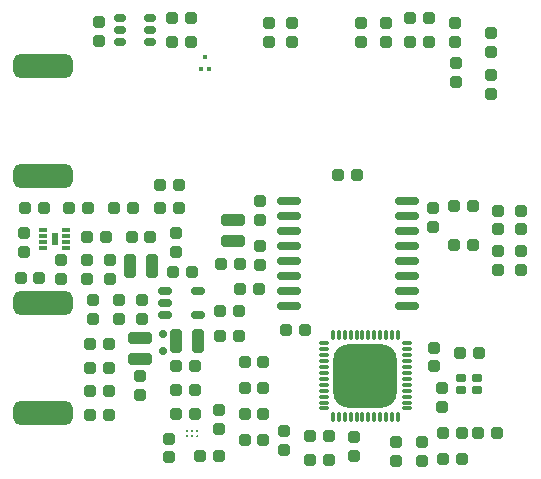
<source format=gbp>
G04*
G04 #@! TF.GenerationSoftware,Altium Limited,Altium Designer,21.6.4 (81)*
G04*
G04 Layer_Color=128*
%FSLAX44Y44*%
%MOMM*%
G71*
G04*
G04 #@! TF.SameCoordinates,D5C97574-E224-4ECB-8EF4-D48BC8F4BA3E*
G04*
G04*
G04 #@! TF.FilePolarity,Positive*
G04*
G01*
G75*
G04:AMPARAMS|DCode=13|XSize=1.2mm|YSize=0.6mm|CornerRadius=0.15mm|HoleSize=0mm|Usage=FLASHONLY|Rotation=180.000|XOffset=0mm|YOffset=0mm|HoleType=Round|Shape=RoundedRectangle|*
%AMROUNDEDRECTD13*
21,1,1.2000,0.3000,0,0,180.0*
21,1,0.9000,0.6000,0,0,180.0*
1,1,0.3000,-0.4500,0.1500*
1,1,0.3000,0.4500,0.1500*
1,1,0.3000,0.4500,-0.1500*
1,1,0.3000,-0.4500,-0.1500*
%
%ADD13ROUNDEDRECTD13*%
G04:AMPARAMS|DCode=15|XSize=1mm|YSize=1mm|CornerRadius=0.25mm|HoleSize=0mm|Usage=FLASHONLY|Rotation=90.000|XOffset=0mm|YOffset=0mm|HoleType=Round|Shape=RoundedRectangle|*
%AMROUNDEDRECTD15*
21,1,1.0000,0.5000,0,0,90.0*
21,1,0.5000,1.0000,0,0,90.0*
1,1,0.5000,0.2500,0.2500*
1,1,0.5000,0.2500,-0.2500*
1,1,0.5000,-0.2500,-0.2500*
1,1,0.5000,-0.2500,0.2500*
%
%ADD15ROUNDEDRECTD15*%
G04:AMPARAMS|DCode=16|XSize=0.6mm|YSize=0.6mm|CornerRadius=0.15mm|HoleSize=0mm|Usage=FLASHONLY|Rotation=270.000|XOffset=0mm|YOffset=0mm|HoleType=Round|Shape=RoundedRectangle|*
%AMROUNDEDRECTD16*
21,1,0.6000,0.3000,0,0,270.0*
21,1,0.3000,0.6000,0,0,270.0*
1,1,0.3000,-0.1500,-0.1500*
1,1,0.3000,-0.1500,0.1500*
1,1,0.3000,0.1500,0.1500*
1,1,0.3000,0.1500,-0.1500*
%
%ADD16ROUNDEDRECTD16*%
%ADD18C,0.2000*%
G04:AMPARAMS|DCode=20|XSize=1mm|YSize=1mm|CornerRadius=0.25mm|HoleSize=0mm|Usage=FLASHONLY|Rotation=0.000|XOffset=0mm|YOffset=0mm|HoleType=Round|Shape=RoundedRectangle|*
%AMROUNDEDRECTD20*
21,1,1.0000,0.5000,0,0,0.0*
21,1,0.5000,1.0000,0,0,0.0*
1,1,0.5000,0.2500,-0.2500*
1,1,0.5000,-0.2500,-0.2500*
1,1,0.5000,-0.2500,0.2500*
1,1,0.5000,0.2500,0.2500*
%
%ADD20ROUNDEDRECTD20*%
G04:AMPARAMS|DCode=28|XSize=2mm|YSize=1mm|CornerRadius=0.25mm|HoleSize=0mm|Usage=FLASHONLY|Rotation=90.000|XOffset=0mm|YOffset=0mm|HoleType=Round|Shape=RoundedRectangle|*
%AMROUNDEDRECTD28*
21,1,2.0000,0.5000,0,0,90.0*
21,1,1.5000,1.0000,0,0,90.0*
1,1,0.5000,0.2500,0.7500*
1,1,0.5000,0.2500,-0.7500*
1,1,0.5000,-0.2500,-0.7500*
1,1,0.5000,-0.2500,0.7500*
%
%ADD28ROUNDEDRECTD28*%
G04:AMPARAMS|DCode=69|XSize=2mm|YSize=1mm|CornerRadius=0.25mm|HoleSize=0mm|Usage=FLASHONLY|Rotation=180.000|XOffset=0mm|YOffset=0mm|HoleType=Round|Shape=RoundedRectangle|*
%AMROUNDEDRECTD69*
21,1,2.0000,0.5000,0,0,180.0*
21,1,1.5000,1.0000,0,0,180.0*
1,1,0.5000,-0.7500,0.2500*
1,1,0.5000,0.7500,0.2500*
1,1,0.5000,0.7500,-0.2500*
1,1,0.5000,-0.7500,-0.2500*
%
%ADD69ROUNDEDRECTD69*%
G04:AMPARAMS|DCode=77|XSize=0.74mm|YSize=0.28mm|CornerRadius=0.035mm|HoleSize=0mm|Usage=FLASHONLY|Rotation=180.000|XOffset=0mm|YOffset=0mm|HoleType=Round|Shape=RoundedRectangle|*
%AMROUNDEDRECTD77*
21,1,0.7400,0.2100,0,0,180.0*
21,1,0.6700,0.2800,0,0,180.0*
1,1,0.0700,-0.3350,0.1050*
1,1,0.0700,0.3350,0.1050*
1,1,0.0700,0.3350,-0.1050*
1,1,0.0700,-0.3350,-0.1050*
%
%ADD77ROUNDEDRECTD77*%
G04:AMPARAMS|DCode=79|XSize=0.2mm|YSize=0.2mm|CornerRadius=0.05mm|HoleSize=0mm|Usage=FLASHONLY|Rotation=90.000|XOffset=0mm|YOffset=0mm|HoleType=Round|Shape=RoundedRectangle|*
%AMROUNDEDRECTD79*
21,1,0.2000,0.1000,0,0,90.0*
21,1,0.1000,0.2000,0,0,90.0*
1,1,0.1000,0.0500,0.0500*
1,1,0.1000,0.0500,-0.0500*
1,1,0.1000,-0.0500,-0.0500*
1,1,0.1000,-0.0500,0.0500*
%
%ADD79ROUNDEDRECTD79*%
G04:AMPARAMS|DCode=80|XSize=5.4mm|YSize=5.4mm|CornerRadius=1.35mm|HoleSize=0mm|Usage=FLASHONLY|Rotation=180.000|XOffset=0mm|YOffset=0mm|HoleType=Round|Shape=RoundedRectangle|*
%AMROUNDEDRECTD80*
21,1,5.4000,2.7000,0,0,180.0*
21,1,2.7000,5.4000,0,0,180.0*
1,1,2.7000,-1.3500,1.3500*
1,1,2.7000,1.3500,1.3500*
1,1,2.7000,1.3500,-1.3500*
1,1,2.7000,-1.3500,-1.3500*
%
%ADD80ROUNDEDRECTD80*%
G04:AMPARAMS|DCode=81|XSize=0.8mm|YSize=0.3mm|CornerRadius=0.075mm|HoleSize=0mm|Usage=FLASHONLY|Rotation=270.000|XOffset=0mm|YOffset=0mm|HoleType=Round|Shape=RoundedRectangle|*
%AMROUNDEDRECTD81*
21,1,0.8000,0.1500,0,0,270.0*
21,1,0.6500,0.3000,0,0,270.0*
1,1,0.1500,-0.0750,-0.3250*
1,1,0.1500,-0.0750,0.3250*
1,1,0.1500,0.0750,0.3250*
1,1,0.1500,0.0750,-0.3250*
%
%ADD81ROUNDEDRECTD81*%
G04:AMPARAMS|DCode=82|XSize=0.8mm|YSize=0.3mm|CornerRadius=0.075mm|HoleSize=0mm|Usage=FLASHONLY|Rotation=0.000|XOffset=0mm|YOffset=0mm|HoleType=Round|Shape=RoundedRectangle|*
%AMROUNDEDRECTD82*
21,1,0.8000,0.1500,0,0,0.0*
21,1,0.6500,0.3000,0,0,0.0*
1,1,0.1500,0.3250,-0.0750*
1,1,0.1500,-0.3250,-0.0750*
1,1,0.1500,-0.3250,0.0750*
1,1,0.1500,0.3250,0.0750*
%
%ADD82ROUNDEDRECTD82*%
G04:AMPARAMS|DCode=83|XSize=2mm|YSize=0.6mm|CornerRadius=0.15mm|HoleSize=0mm|Usage=FLASHONLY|Rotation=180.000|XOffset=0mm|YOffset=0mm|HoleType=Round|Shape=RoundedRectangle|*
%AMROUNDEDRECTD83*
21,1,2.0000,0.3000,0,0,180.0*
21,1,1.7000,0.6000,0,0,180.0*
1,1,0.3000,-0.8500,0.1500*
1,1,0.3000,0.8500,0.1500*
1,1,0.3000,0.8500,-0.1500*
1,1,0.3000,-0.8500,-0.1500*
%
%ADD83ROUNDEDRECTD83*%
G04:AMPARAMS|DCode=84|XSize=0.4mm|YSize=0.4mm|CornerRadius=0.1mm|HoleSize=0mm|Usage=FLASHONLY|Rotation=180.000|XOffset=0mm|YOffset=0mm|HoleType=Round|Shape=RoundedRectangle|*
%AMROUNDEDRECTD84*
21,1,0.4000,0.2000,0,0,180.0*
21,1,0.2000,0.4000,0,0,180.0*
1,1,0.2000,-0.1000,0.1000*
1,1,0.2000,0.1000,0.1000*
1,1,0.2000,0.1000,-0.1000*
1,1,0.2000,-0.1000,-0.1000*
%
%ADD84ROUNDEDRECTD84*%
G04:AMPARAMS|DCode=85|XSize=5mm|YSize=2mm|CornerRadius=0.5mm|HoleSize=0mm|Usage=FLASHONLY|Rotation=0.000|XOffset=0mm|YOffset=0mm|HoleType=Round|Shape=RoundedRectangle|*
%AMROUNDEDRECTD85*
21,1,5.0000,1.0000,0,0,0.0*
21,1,4.0000,2.0000,0,0,0.0*
1,1,1.0000,2.0000,-0.5000*
1,1,1.0000,-2.0000,-0.5000*
1,1,1.0000,-2.0000,0.5000*
1,1,1.0000,2.0000,0.5000*
%
%ADD85ROUNDEDRECTD85*%
G04:AMPARAMS|DCode=86|XSize=0.85mm|YSize=0.75mm|CornerRadius=0.1875mm|HoleSize=0mm|Usage=FLASHONLY|Rotation=0.000|XOffset=0mm|YOffset=0mm|HoleType=Round|Shape=RoundedRectangle|*
%AMROUNDEDRECTD86*
21,1,0.8500,0.3750,0,0,0.0*
21,1,0.4750,0.7500,0,0,0.0*
1,1,0.3750,0.2375,-0.1875*
1,1,0.3750,-0.2375,-0.1875*
1,1,0.3750,-0.2375,0.1875*
1,1,0.3750,0.2375,0.1875*
%
%ADD86ROUNDEDRECTD86*%
G04:AMPARAMS|DCode=87|XSize=1mm|YSize=0.6mm|CornerRadius=0.15mm|HoleSize=0mm|Usage=FLASHONLY|Rotation=0.000|XOffset=0mm|YOffset=0mm|HoleType=Round|Shape=RoundedRectangle|*
%AMROUNDEDRECTD87*
21,1,1.0000,0.3000,0,0,0.0*
21,1,0.7000,0.6000,0,0,0.0*
1,1,0.3000,0.3500,-0.1500*
1,1,0.3000,-0.3500,-0.1500*
1,1,0.3000,-0.3500,0.1500*
1,1,0.3000,0.3500,0.1500*
%
%ADD87ROUNDEDRECTD87*%
G36*
X37200Y195900D02*
X42800D01*
Y206100D01*
X37200D01*
Y195900D01*
D02*
G37*
D13*
X161000Y137000D02*
D03*
Y157000D02*
D03*
X133000D02*
D03*
Y147000D02*
D03*
Y137000D02*
D03*
D15*
X394000Y196000D02*
D03*
X378000Y196000D02*
D03*
X216687Y96747D02*
D03*
X200687D02*
D03*
X216687Y74747D02*
D03*
X200687D02*
D03*
X369000Y15000D02*
D03*
X385000D02*
D03*
Y37000D02*
D03*
X369000D02*
D03*
X398000D02*
D03*
X414000D02*
D03*
X216687Y52747D02*
D03*
X200687D02*
D03*
X216687Y30747D02*
D03*
X200687D02*
D03*
X27000Y168000D02*
D03*
X11000D02*
D03*
X280000Y255000D02*
D03*
X296000D02*
D03*
X197000Y180000D02*
D03*
X181000Y180000D02*
D03*
X378000Y229000D02*
D03*
X394000Y229000D02*
D03*
X272000Y14000D02*
D03*
X256000D02*
D03*
X252000Y124000D02*
D03*
X236000D02*
D03*
X272000Y34000D02*
D03*
X256000D02*
D03*
X31000Y227000D02*
D03*
X15000D02*
D03*
X383352Y104774D02*
D03*
X399352D02*
D03*
X357000Y368000D02*
D03*
X341000D02*
D03*
Y388000D02*
D03*
X357000D02*
D03*
X121000Y203000D02*
D03*
X105000D02*
D03*
X145000Y227000D02*
D03*
X129000D02*
D03*
X145000Y247000D02*
D03*
X129000D02*
D03*
X140000Y173000D02*
D03*
X156000D02*
D03*
X67000Y203000D02*
D03*
X83000D02*
D03*
X90000Y227000D02*
D03*
X106000D02*
D03*
X68000D02*
D03*
X52000D02*
D03*
X179000Y17000D02*
D03*
X163000D02*
D03*
X159000Y73000D02*
D03*
X143000D02*
D03*
X159000Y53000D02*
D03*
X143000D02*
D03*
X155000Y368000D02*
D03*
X139000Y368000D02*
D03*
Y388000D02*
D03*
X155000Y388000D02*
D03*
X86000Y52000D02*
D03*
X70000D02*
D03*
X86000Y72000D02*
D03*
X70000Y72000D02*
D03*
X86000Y92000D02*
D03*
X70000Y92000D02*
D03*
X86000Y112000D02*
D03*
X70000D02*
D03*
X159000Y93000D02*
D03*
X143000D02*
D03*
X180000Y119000D02*
D03*
X196000Y119000D02*
D03*
X180000Y140000D02*
D03*
X196000Y140000D02*
D03*
X197000Y159000D02*
D03*
X213000Y159000D02*
D03*
D16*
X131687Y120247D02*
D03*
Y106247D02*
D03*
D18*
X156000Y34000D02*
D03*
X160000Y38000D02*
D03*
X156000D02*
D03*
X152000Y34000D02*
D03*
Y38000D02*
D03*
D20*
X409000Y340000D02*
D03*
X409000Y324000D02*
D03*
X361000Y93000D02*
D03*
Y109000D02*
D03*
X329000Y29000D02*
D03*
Y13000D02*
D03*
X351000Y29000D02*
D03*
Y13000D02*
D03*
X234000Y38000D02*
D03*
Y22000D02*
D03*
X380000Y334000D02*
D03*
Y350000D02*
D03*
X45000Y183000D02*
D03*
Y167000D02*
D03*
X114000Y149000D02*
D03*
Y133000D02*
D03*
X94000D02*
D03*
Y149000D02*
D03*
X415000Y191000D02*
D03*
X415000Y175000D02*
D03*
X415000Y209000D02*
D03*
X415000Y225000D02*
D03*
X435000Y191000D02*
D03*
X435000Y175000D02*
D03*
X143000Y190000D02*
D03*
Y206000D02*
D03*
X112000Y85000D02*
D03*
X112000Y69000D02*
D03*
X293000Y33000D02*
D03*
Y17000D02*
D03*
X368000Y59000D02*
D03*
Y75000D02*
D03*
X379000Y384000D02*
D03*
Y368000D02*
D03*
X320000Y384000D02*
D03*
Y368000D02*
D03*
X299000Y384000D02*
D03*
Y368000D02*
D03*
X409000Y359000D02*
D03*
Y375000D02*
D03*
X221000Y384000D02*
D03*
Y368000D02*
D03*
X241000Y384000D02*
D03*
Y368000D02*
D03*
X67000Y183000D02*
D03*
Y167000D02*
D03*
X87000Y183000D02*
D03*
Y167000D02*
D03*
X14000Y206000D02*
D03*
Y190000D02*
D03*
X179000Y40000D02*
D03*
X179000Y56000D02*
D03*
X137000Y16000D02*
D03*
Y32000D02*
D03*
X77000Y385000D02*
D03*
X77000Y369000D02*
D03*
X72000Y133000D02*
D03*
Y149000D02*
D03*
X435000Y225000D02*
D03*
Y209000D02*
D03*
X214000Y217000D02*
D03*
Y233000D02*
D03*
Y195000D02*
D03*
Y179000D02*
D03*
X360000Y211000D02*
D03*
Y227000D02*
D03*
D28*
X122000Y178000D02*
D03*
X104000D02*
D03*
X143000Y115000D02*
D03*
X161000D02*
D03*
D69*
X112000Y99000D02*
D03*
Y117000D02*
D03*
X191000Y199000D02*
D03*
Y217000D02*
D03*
D77*
X49850Y208500D02*
D03*
Y203500D02*
D03*
Y198500D02*
D03*
Y193500D02*
D03*
X30150D02*
D03*
Y198500D02*
D03*
Y203500D02*
D03*
Y208500D02*
D03*
D79*
X160000Y34000D02*
D03*
D80*
X303000Y85000D02*
D03*
D81*
X330500Y120000D02*
D03*
X325500D02*
D03*
X320500D02*
D03*
X315500D02*
D03*
X310500D02*
D03*
X305500D02*
D03*
X300500D02*
D03*
X295500D02*
D03*
X290500D02*
D03*
X285500D02*
D03*
X280500D02*
D03*
X275500D02*
D03*
Y50000D02*
D03*
X280500D02*
D03*
X285500D02*
D03*
X290500D02*
D03*
X295500D02*
D03*
X300500D02*
D03*
X305500D02*
D03*
X310500D02*
D03*
X315500D02*
D03*
X320500D02*
D03*
X325500D02*
D03*
X330500D02*
D03*
D82*
X268000Y112500D02*
D03*
Y107500D02*
D03*
Y102500D02*
D03*
Y97500D02*
D03*
Y92500D02*
D03*
Y87500D02*
D03*
Y82500D02*
D03*
Y77500D02*
D03*
Y72500D02*
D03*
Y67500D02*
D03*
Y62500D02*
D03*
Y57500D02*
D03*
X338000D02*
D03*
Y62500D02*
D03*
Y67500D02*
D03*
Y72500D02*
D03*
Y77500D02*
D03*
Y82500D02*
D03*
Y87500D02*
D03*
Y92500D02*
D03*
Y97500D02*
D03*
Y102500D02*
D03*
Y107500D02*
D03*
Y112500D02*
D03*
D83*
Y233400D02*
D03*
Y220700D02*
D03*
Y208000D02*
D03*
Y195300D02*
D03*
Y182600D02*
D03*
Y169900D02*
D03*
Y157200D02*
D03*
Y144500D02*
D03*
X238000D02*
D03*
Y157200D02*
D03*
Y169900D02*
D03*
Y182600D02*
D03*
Y195300D02*
D03*
Y208000D02*
D03*
Y220700D02*
D03*
Y233400D02*
D03*
D84*
X167000Y355000D02*
D03*
X163500Y345250D02*
D03*
X170500D02*
D03*
D85*
X30000Y147000D02*
D03*
Y54000D02*
D03*
Y347000D02*
D03*
Y254000D02*
D03*
D86*
X384250Y83250D02*
D03*
X397750D02*
D03*
Y72750D02*
D03*
X384250D02*
D03*
D87*
X95500Y368000D02*
D03*
Y378000D02*
D03*
Y388000D02*
D03*
X120500D02*
D03*
Y378000D02*
D03*
Y368000D02*
D03*
M02*

</source>
